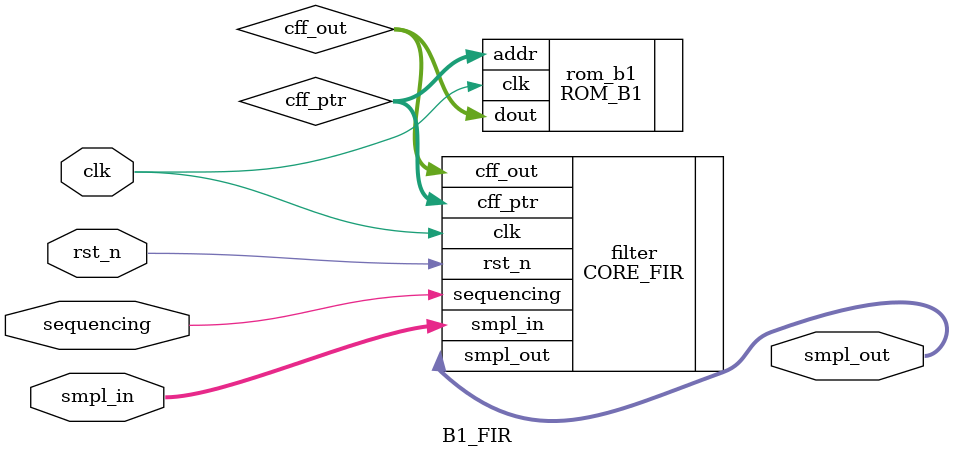
<source format=sv>
module B1_FIR(clk, rst_n, sequencing, smpl_in, smpl_out);
input clk, rst_n, sequencing;
input signed [15:0] smpl_in;

reg [9:0] cff_ptr;
reg signed [15:0] cff_out;
output reg [15:0] smpl_out;

ROM_B1 rom_b1(.clk(clk), .addr(cff_ptr), .dout(cff_out));

CORE_FIR filter(.clk(clk),
                .rst_n(rst_n),
                .sequencing(sequencing),
                .smpl_in(smpl_in),
                .smpl_out(smpl_out),
                .cff_ptr(cff_ptr),
                .cff_out(cff_out)
                );


endmodule

</source>
